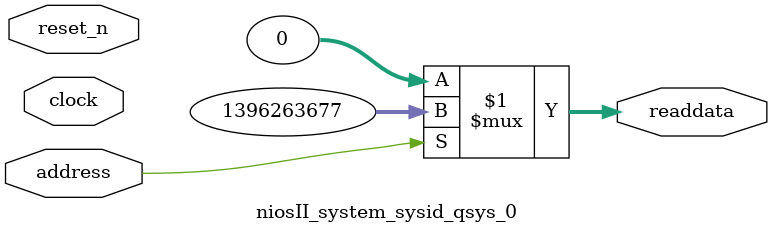
<source format=v>

`timescale 1ns / 1ps
// synthesis translate_on

// turn off superfluous verilog processor warnings 
// altera message_level Level1 
// altera message_off 10034 10035 10036 10037 10230 10240 10030 

module niosII_system_sysid_qsys_0 (
               // inputs:
                address,
                clock,
                reset_n,

               // outputs:
                readdata
             )
;

  output  [ 31: 0] readdata;
  input            address;
  input            clock;
  input            reset_n;

  wire    [ 31: 0] readdata;
  //control_slave, which is an e_avalon_slave
  assign readdata = address ? 1396263677 : 0;

endmodule




</source>
